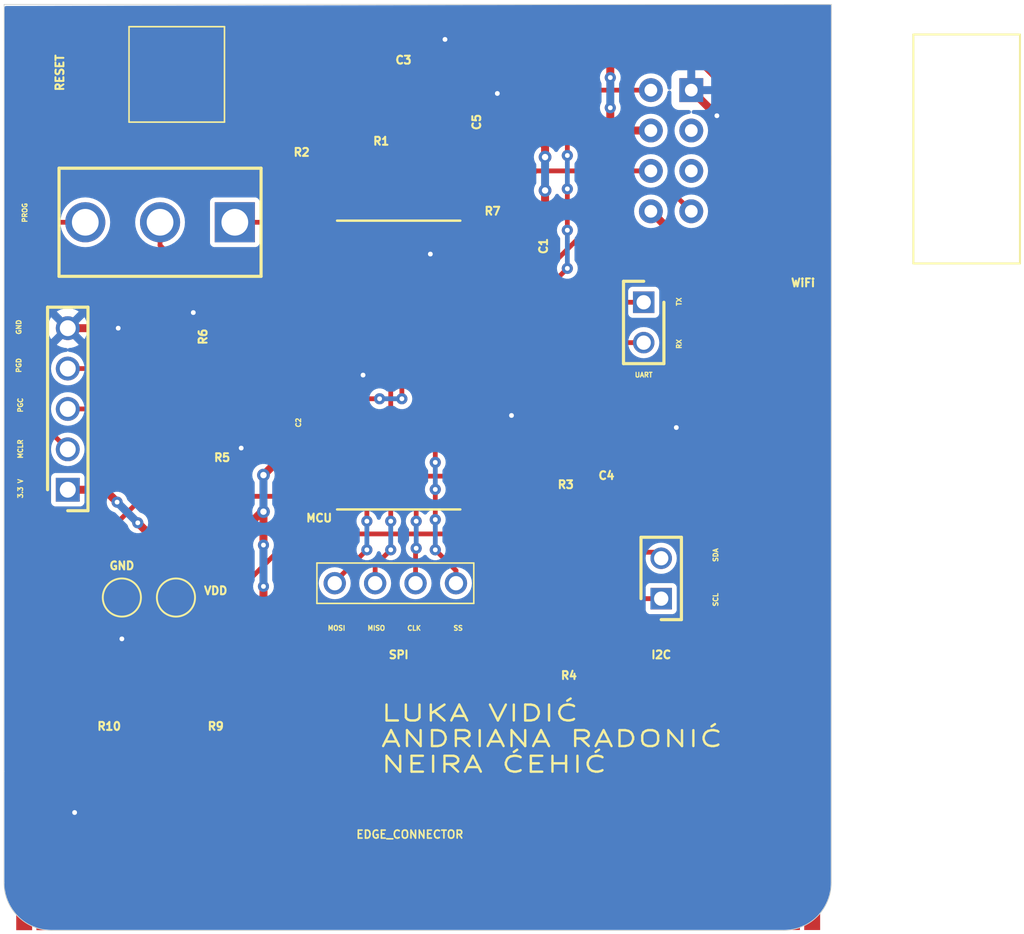
<source format=kicad_pcb>
(kicad_pcb (version 20221018) (generator pcbnew)
  (layers (0 "F.Cu" signal) (31 "B.Cu" power) (34 "B.Paste" user) (35 "F.Paste" user) (36 "B.SilkS" user "B.Silkscreen") (37 "F.SilkS" user "F.Silkscreen") (38 "B.Mask" user) (39 "F.Mask" user) (44 "Edge.Cuts" user))
  (net 0 "")
  (net 1 "+3.3V")
  (net 2 "GND")
  (net 3 "Net-(C3-Pad1)")
  (net 4 "Net-(U1-VCAP{slash}VDDCORE)")
  (net 5 "/I2C_SCL")
  (net 6 "/I2C_SDA")
  (net 7 "/THROW_PROG")
  (net 8 "/PGC")
  (net 9 "/PGD")
  (net 10 "Net-(R1-Pad2)")
  (net 11 "/THROW_RST")
  (net 12 "Net-(U2-~{RST})")
  (net 13 "/SCL_MBIT")
  (net 14 "/SDA_MBIT")
  (net 17 "/SPI_DO")
  (net 18 "/SPI_DI")
  (net 19 "/SPI_CLK")
  (net 20 "/SPI_SS")
  (net 21 "/MCLR")
  (net 28 "/UART_RX")
  (net 29 "/UART_TX")
  (net 30 "/UART_TX_WIFI")
  (net 31 "/UART_RX_WIFI")
  (footprint "SW_SPDT:SLW12768644AD" (layer "F.Cu") (at 116.7 97.7 180)
    (fp_text reference "PROG" (at 13.2 0.6 90) (layer "F.SilkS") (effects (font (size 0.3 0.3) (thickness 0.075))))
    (fp_text value "SW_SPDT" hide)
    (fp_line (start -1.65 -3.4) (end 11.05 -3.4) (stroke (width 0.2)) (layer "F.SilkS"))
    (fp_line (start -1.65 3.4) (end -1.65 -3.4) (stroke (width 0.2)) (layer "F.SilkS"))
    (fp_line (start 11.05 -3.4) (end 11.05 3.4) (stroke (width 0.2)) (layer "F.SilkS"))
    (fp_line (start 11.05 3.4) (end -1.65 3.4) (stroke (width 0.2)) (layer "F.SilkS"))
    (pad "1" thru_hole rect (at 0 0 180) (size 2.52 2.52) (drill 1.68) (layers "*.Cu" "*.Mask") (net 11 "/THROW_RST"))
    (pad "2" thru_hole circle (at 4.7 0 180) (size 2.52 2.52) (drill 1.68) (layers "*.Cu" "*.Mask") (net 21 "/MCLR"))
    (pad "3" thru_hole circle (at 9.4 0 180) (size 2.52 2.52) (drill 1.68) (layers "*.Cu" "*.Mask") (net 7 "/THROW_PROG"))
  )
  (footprint "CAP_RES:100nF" (layer "F.Cu") (at 134.9 99.1 -90)
    (fp_text reference "C1" (at 0.1 -1.2 90) (layer "F.SilkS") (effects (font (size 0.5 0.5) (thickness 0.125))))
    (fp_text value "100n" hide)
    (pad "1" smd rect (at -0.7 0 270) (size 0.78 0.98) (layers "F.Cu" "F.Paste" "F.Mask") (net 1 "+3.3V"))
    (pad "2" smd rect (at 0.7 0 270) (size 0.78 0.98) (layers "F.Cu" "F.Paste" "F.Mask") (net 2 "GND"))
  )
  (footprint "CAP_RES:10uF" (layer "F.Cu") (at 140.06 110.62)
    (fp_text reference "C4" (at 0 3.01) (layer "F.SilkS") (effects (font (size 0.5 0.5) (thickness 0.125))))
    (fp_text value "10u" hide)
    (pad "1" smd rect (at -1.5 0) (size 1.15 2.7) (layers "F.Cu" "F.Paste" "F.Mask") (net 4 "Net-(U1-VCAP{slash}VDDCORE)"))
    (pad "2" smd rect (at 1.5 0) (size 1.15 2.7) (layers "F.Cu" "F.Paste" "F.Mask") (net 2 "GND"))
  )
  (footprint "EDGE_CONNECTOR:edge_connector" (layer "F.Cu") (at 102.19 142.23)
    (fp_text reference "EDGE_CONNECTOR" (at 25.51 -6.03 unlocked) (layer "F.SilkS") (effects (font (size 0.5 0.5) (thickness 0.1))))
    (fp_text value "edge_connector")
    (fp_line (start 0 -10) (end 0 -3) (stroke (width 0.05)) (layer "Edge.Cuts"))
    (fp_line (start 3 0) (end 49 0) (stroke (width 0.05)) (layer "Edge.Cuts"))
    (fp_line (start 52 -10) (end 52 -3) (stroke (width 0.05)) (layer "Edge.Cuts"))
    (fp_arc (start 3 0) (mid 0.87868 -0.87868) (end 0 -3) (stroke (width 0.05)) (layer "Edge.Cuts"))
    (fp_arc (start 52 -3) (mid 51.12132 -0.87868) (end 49 0) (stroke (width 0.05)) (layer "Edge.Cuts"))
    (pad "1" connect rect (at 1.27 -2.51) (size 1 5) (layers "F.Cu" "F.Mask"))
    (pad "2" connect rect (at 4.445 -2.51) (size 4.81 5) (layers "F.Cu" "F.Mask") (net 2 "GND"))
    (pad "3" connect rect (at 7.62 -2.52) (size 1 5) (layers "F.Cu" "F.Mask"))
    (pad "4" connect rect (at 8.89 -2.52) (size 1 5) (layers "F.Cu" "F.Mask") (net 14 "/SDA_MBIT"))
    (pad "5" connect rect (at 10.15 -2.52) (size 1 5) (layers "F.Cu" "F.Mask") (net 13 "/SCL_MBIT"))
    (pad "6" connect rect (at 11.41 -2.52) (size 1 5) (layers "F.Cu" "F.Mask"))
    (pad "7" connect rect (at 14.605 -2.52) (size 4.81 5) (layers "F.Cu" "F.Mask") (net 1 "+3.3V"))
    (pad "8" connect rect (at 17.78 -2.52) (size 1 5) (layers "F.Cu" "F.Mask"))
    (pad "9" connect rect (at 19.05 -2.52) (size 1 5) (layers "F.Cu" "F.Mask"))
    (pad "10" connect rect (at 20.32 -2.52) (size 1 5) (layers "F.Cu" "F.Mask"))
    (pad "11" connect rect (at 21.59 -2.52) (size 1 5) (layers "F.Cu" "F.Mask"))
    (pad "12" connect rect (at 22.86 -2.52) (size 1 5) (layers "F.Cu" "F.Mask"))
    (pad "13" connect rect (at 26.035 -2.52) (size 4.81 5) (layers "F.Cu" "F.Mask"))
    (pad "14" connect rect (at 29.21 -2.53) (size 1 5) (layers "F.Cu" "F.Mask"))
    (pad "15" connect rect (at 30.48 -2.53) (size 1 5) (layers "F.Cu" "F.Mask"))
    (pad "16" connect rect (at 31.75 -2.53) (size 1 5) (layers "F.Cu" "F.Mask"))
    (pad "17" connect rect (at 33.02 -2.53) (size 1 5) (layers "F.Cu" "F.Mask"))
    (pad "18" connect rect (at 34.29 -2.53) (size 1 5) (layers "F.Cu" "F.Mask"))
    (pad "19" connect rect (at 37.465 -2.52) (size 4.81 5) (layers "F.Cu" "F.Mask"))
    (pad "20" connect rect (at 40.64 -2.52) (size 1 5) (layers "F.Cu" "F.Mask"))
    (pad "21" connect rect (at 41.91 -2.52) (size 1 5) (layers "F.Cu" "F.Mask"))
    (pad "22" connect rect (at 43.18 -2.52) (size 1 5) (layers "F.Cu" "F.Mask"))
    (pad "23" connect rect (at 44.45 -2.52) (size 1 5) (layers "F.Cu" "F.Mask"))
    (pad "24" connect rect (at 47.625 -2.52) (size 4.81 5) (layers "F.Cu" "F.Mask"))
    (pad "25" connect rect (at 50.8 -2.52) (size 1 5) (layers "F.Cu" "F.Mask"))
  )
  (footprint "PUSH_BTN:COM12992" (layer "F.Cu") (at 113.05 88.4)
    (fp_text reference "RESET" (at -7.35 -0.1 90) (layer "F.SilkS") (effects (font (size 0.5 0.5) (thickness 0.125))))
    (fp_text value "COM-12992" hide)
    (fp_line (start -3 -3) (end 3 -3) (stroke (width 0.1)) (layer "F.SilkS"))
    (fp_line (start -3 3) (end -3 -3) (stroke (width 0.1)) (layer "F.SilkS"))
    (fp_line (start 3 -3) (end 3 3) (stroke (width 0.1)) (layer "F.SilkS"))
    (fp_line (start 3 3) (end -3 3) (stroke (width 0.1)) (layer "F.SilkS"))
    (pad "A1" smd rect (at -4.25 -2.25 90) (size 1 1) (layers "F.Cu" "F.Paste" "F.Mask") (net 10 "Net-(R1-Pad2)"))
    (pad "B1" smd rect (at 4.25 -2.25 90) (size 1 1) (layers "F.Cu" "F.Paste" "F.Mask") (net 3 "Net-(C3-Pad1)"))
    (pad "C1" smd rect (at -4.25 2.25 90) (size 1 1) (layers "F.Cu" "F.Paste" "F.Mask"))
    (pad "D1" smd rect (at 4.25 2.25 90) (size 1 1) (layers "F.Cu" "F.Paste" "F.Mask"))
  )
  (footprint "CAP_RES:100nF" (layer "F.Cu") (at 127.3 86.2)
    (fp_text reference "C3" (at 0 1.3) (layer "F.SilkS") (effects (font (size 0.5 0.5) (thickness 0.125))))
    (fp_text value "100n" hide)
    (pad "1" smd rect (at -0.7 0) (size 0.78 0.98) (layers "F.Cu" "F.Paste" "F.Mask") (net 3 "Net-(C3-Pad1)"))
    (pad "2" smd rect (at 0.7 0) (size 0.78 0.98) (layers "F.Cu" "F.Paste" "F.Mask") (net 2 "GND"))
  )
  (footprint "CAP_RES:4k7" (layer "F.Cu") (at 137.7 123.05 90)
    (fp_text reference "R4" (at -3.15 0 180) (layer "F.SilkS") (effects (font (size 0.5 0.5) (thickness 0.125))))
    (fp_text value "4.7k" hide)
    (pad "1" smd rect (at -0.95 0 90) (size 1.15 1.15) (layers "F.Cu" "F.Paste" "F.Mask") (net 1 "+3.3V"))
    (pad "2" smd rect (at 0.95 0 90) (size 1.15 1.15) (layers "F.Cu" "F.Paste" "F.Mask") (net 5 "/I2C_SCL"))
  )
  (footprint "CAP_RES:10k" (layer "F.Cu") (at 126.1 94.9)
    (fp_text reference "R1" (at -0.2 -2.3) (layer "F.SilkS") (effects (font (size 0.5 0.5) (thickness 0.125))))
    (fp_text value "ERA6AEB1020V" hide)
    (pad "1" smd rect (at -0.95 0) (size 1.15 1.15) (layers "F.Cu" "F.Paste" "F.Mask") (net 1 "+3.3V"))
    (pad "2" smd rect (at 0.95 0) (size 1.15 1.15) (layers "F.Cu" "F.Paste" "F.Mask") (net 10 "Net-(R1-Pad2)"))
  )
  (footprint "MCU:SOIC28-W_MC_MCH" (layer "F.Cu") (at 127 106.68)
    (fp_text reference "MCU" (at -5 9.62 unlocked) (layer "F.SilkS") (effects (font (size 0.5 0.5) (thickness 0.125))))
    (fp_text value "PIC24FJ64GA002-E_SO")
    (fp_line (start -3.8735 9.0805) (end 3.8735 9.0805) (stroke (width 0.1524)) (layer "F.SilkS"))
    (fp_line (start 3.8735 -9.0805) (end -3.8735 -9.0805) (stroke (width 0.1524)) (layer "F.SilkS"))
    (pad "1" smd rect (at -4.5212 -8.255) (size 1.9812 0.5588) (layers "F.Cu" "F.Paste" "F.Mask") (net 21 "/MCLR"))
    (pad "2" smd rect (at -4.5212 -6.985) (size 1.9812 0.5588) (layers "F.Cu" "F.Paste" "F.Mask"))
    (pad "3" smd rect (at -4.5212 -5.715) (size 1.9812 0.5588) (layers "F.Cu" "F.Paste" "F.Mask"))
    (pad "4" smd rect (at -4.5212 -4.445) (size 1.9812 0.5588) (layers "F.Cu" "F.Paste" "F.Mask") (net 9 "/PGD"))
    (pad "5" smd rect (at -4.5212 -3.175) (size 1.9812 0.5588) (layers "F.Cu" "F.Paste" "F.Mask") (net 8 "/PGC"))
    (pad "6" smd rect (at -4.5212 -1.905) (size 1.9812 0.5588) (layers "F.Cu" "F.Paste" "F.Mask") (net 17 "/SPI_DO"))
    (pad "7" smd rect (at -4.5212 -0.635) (size 1.9812 0.5588) (layers "F.Cu" "F.Paste" "F.Mask") (net 18 "/SPI_DI"))
    (pad "8" smd rect (at -4.5212 0.635) (size 1.9812 0.5588) (layers "F.Cu" "F.Paste" "F.Mask") (net 2 "GND"))
    (pad "9" smd rect (at -4.5212 1.905) (size 1.9812 0.5588) (layers "F.Cu" "F.Paste" "F.Mask"))
    (pad "10" smd rect (at -4.5212 3.175) (size 1.9812 0.5588) (layers "F.Cu" "F.Paste" "F.Mask"))
    (pad "11" smd rect (at -4.5212 4.445) (size 1.9812 0.5588) (layers "F.Cu" "F.Paste" "F.Mask"))
    (pad "12" smd rect (at -4.5212 5.715) (size 1.9812 0.5588) (layers "F.Cu" "F.Paste" "F.Mask"))
    (pad "13" smd rect (at -4.5212 6.985) (size 1.9812 0.5588) (layers "F.Cu" "F.Paste" "F.Mask") (net 1 "+3.3V"))
    (pad "14" smd rect (at -4.5212 8.255) (size 1.9812 0.5588) (layers "F.Cu" "F.Paste" "F.Mask") (net 14 "/SDA_MBIT"))
    (pad "15" smd rect (at 4.5212 8.255) (size 1.9812 0.5588) (layers "F.Cu" "F.Paste" "F.Mask") (net 13 "/SCL_MBIT"))
    (pad "16" smd rect (at 4.5212 6.985) (size 1.9812 0.5588) (layers "F.Cu" "F.Paste" "F.Mask") (net 19 "/SPI_CLK"))
    (pad "17" smd rect (at 4.5212 5.715) (size 1.9812 0.5588) (layers "F.Cu" "F.Paste" "F.Mask") (net 5 "/I2C_SCL"))
    (pad "18" smd rect (at 4.5212 4.445) (size 1.9812 0.5588) (layers "F.Cu" "F.Paste" "F.Mask") (net 6 "/I2C_SDA"))
    (pad "19" smd rect (at 4.5212 3.175) (size 1.9812 0.5588) (layers "F.Cu" "F.Paste" "F.Mask") (net 2 "GND"))
    (pad "20" smd rect (at 4.5212 1.905) (size 1.9812 0.5588) (layers "F.Cu" "F.Paste" "F.Mask") (net 4 "Net-(U1-VCAP{slash}VDDCORE)"))
    (pad "21" smd rect (at 4.5212 0.635) (size 1.9812 0.5588) (layers "F.Cu" "F.Paste" "F.Mask") (net 28 "/UART_RX"))
    (pad "22" smd rect (at 4.5212 -0.635) (size 1.9812 0.5588) (layers "F.Cu" "F.Paste" "F.Mask") (net 29 "/UART_TX"))
    (pad "23" smd rect (at 4.5212 -1.905) (size 1.9812 0.5588) (layers "F.Cu" "F.Paste" "F.Mask") (net 30 "/UART_TX_WIFI"))
    (pad "24" smd rect (at 4.5212 -3.175) (size 1.9812 0.5588) (layers "F.Cu" "F.Paste" "F.Mask") (net 31 "/UART_RX_WIFI"))
    (pad "25" smd rect (at 4.5212 -4.445) (size 1.9812 0.5588) (layers "F.Cu" "F.Paste" "F.Mask"))
    (pad "26" smd rect (at 4.5212 -5.715) (size 1.9812 0.5588) (layers "F.Cu" "F.Paste" "F.Mask") (net 20 "/SPI_SS"))
    (pad "27" smd rect (at 4.5212 -6.985) (size 1.9812 0.5588) (layers "F.Cu" "F.Paste" "F.Mask") (net 2 "GND"))
    (pad "28" smd rect (at 4.5212 -8.255) (size 1.9812 0.5588) (layers "F.Cu" "F.Paste" "F.Mask") (net 1 "+3.3V"))
  )
  (footprint "TestPoint:TestPoint_Pad_D2.0mm" (layer "F.Cu") (at 113 121.3)
    (fp_text reference "VDD" (at 2.5 -0.43) (layer "F.SilkS") (effects (font (size 0.5 0.5) (thickness 0.125))))
    (fp_text value "VCC")
    (fp_circle (center 0 0) (end 0 1.2) (stroke (width 0.12)) (fill none) (layer "F.SilkS"))
    (pad "1" smd circle (at 0 0) (size 2 2) (layers "F.Cu" "F.Mask") (net 1 "+3.3V"))
  )
  (footprint "PIN_HEADERS:HDRV2W70P0X254_1X2_478X244X884P" (layer "F.Cu") (at 143.5 121.37 90)
    (fp_text reference "I2C" (at -3.53 0 180) (layer "F.SilkS") (effects (font (size 0.5 0.5) (thickness 0.125))))
    (fp_text value "Conn_01x02_Pin" hide)
    (fp_line (start -1.32 0) (end -1.32 1.27) (stroke (width 0.2)) (layer "F.SilkS"))
    (fp_line (start -1.32 1.27) (end 3.86 1.27) (stroke (width 0.2)) (layer "F.SilkS"))
    (fp_line (start 3.86 -1.27) (end 0 -1.27) (stroke (width 0.2)) (layer "F.SilkS"))
    (fp_line (start 3.86 1.27) (end 3.86 -1.27) (stroke (width 0.2)) (layer "F.SilkS"))
    (pad "1" thru_hole rect (at 0 0 90) (size 1.35 1.35) (drill 0.9) (layers "*.Cu" "*.Mask") (net 5 "/I2C_SCL"))
    (pad "2" thru_hole circle (at 2.54 0 90) (size 1.35 1.35) (drill 0.9) (layers "*.Cu" "*.Mask") (net 6 "/I2C_SDA"))
  )
  (footprint "ESP8266:XCVR_ESP8266-01_ESP-01" (layer "F.Cu") (at 153.7 93.2 -90)
    (fp_text reference "U2" hide)
    (fp_text value "ESP8266-01_ESP-01")
    (fp_line (start -7.31 -12.35) (end 7.09 -12.35) (stroke (width 0.127)) (layer "F.SilkS"))
    (fp_line (start -7.31 -5.65) (end -7.31 -12.35) (stroke (width 0.127)) (layer "F.SilkS"))
    (fp_line (start 7.09 -12.35) (end 7.09 -5.65) (stroke (width 0.127)) (layer "F.SilkS"))
    (fp_line (start 7.09 -5.65) (end -7.31 -5.65) (stroke (width 0.127)) (layer "F.SilkS"))
    (pad "1" thru_hole rect (at -3.81 8.31 270) (size 1.5 1.5) (drill 0.8) (layers "*.Cu" "*.Mask") (net 2 "GND"))
    (pad "2" thru_hole circle (at -1.27 8.31 270) (size 1.5 1.5) (drill 0.8) (layers "*.Cu" "*.Mask"))
    (pad "3" thru_hole circle (at 1.27 8.31 270) (size 1.5 1.5) (drill 0.8) (layers "*.Cu" "*.Mask"))
    (pad "4" thru_hole circle (at 3.81 8.31 270) (size 1.5 1.5) (drill 0.8) (layers "*.Cu" "*.Mask") (net 31 "/UART_RX_WIFI"))
    (pad "5" thru_hole circle (at -3.81 10.85 270) (size 1.5 1.5) (drill 0.8) (layers "*.Cu" "*.Mask") (net 30 "/UART_TX_WIFI"))
    (pad "6" thru_hole circle (at -1.27 10.85 270) (size 1.5 1.5) (drill 0.8) (layers "*.Cu" "*.Mask") (net 1 "+3.3V"))
    (pad "7" thru_hole circle (at 1.27 10.85 270) (size 1.5 1.5) (drill 0.8) (layers "*.Cu" "*.Mask") (net 12 "Net-(U2-~{RST})"))
    (pad "8" thru_hole circle (at 3.81 10.85 270) (size 1.5 1.5) (drill 0.8) (layers "*.Cu" "*.Mask") (net 1 "+3.3V"))
  )
  (footprint "PIN_HEADERS:HDRV5W56P0X254_1X5_1240X244X904P" (layer "F.Cu") (at 106.2 114.52 90)
    (fp_text reference "PICkit_Conn1" hide)
    (fp_text value "Conn_01x05_Pin" hide)
    (fp_line (start -1.32 0) (end -1.32 1.27) (stroke (width 0.2)) (layer "F.SilkS"))
    (fp_line (start -1.32 1.27) (end 11.48 1.27) (stroke (width 0.2)) (layer "F.SilkS"))
    (fp_line (start 11.48 -1.27) (end 0 -1.27) (stroke (width 0.2)) (layer "F.SilkS"))
    (fp_line (start 11.48 1.27) (end 11.48 -1.27) (stroke (width 0.2)) (layer "F.SilkS"))
    (pad "1" thru_hole rect (at 0 0 90) (size 1.5 1.5) (drill 1) (layers "*.Cu" "*.Mask") (net 1 "+3.3V"))
    (pad "2" thru_hole circle (at 2.54 0 90) (size 1.5 1.5) (drill 1) (layers "*.Cu" "*.Mask") (net 7 "/THROW_PROG"))
    (pad "3" thru_hole circle (at 5.08 0 90) (size 1.5 1.5) (drill 1) (layers "*.Cu" "*.Mask") (net 8 "/PGC"))
    (pad "4" thru_hole circle (at 7.62 0 90) (size 1.5 1.5) (drill 1) (layers "*.Cu" "*.Mask") (net 9 "/PGD"))
    (pad "5" thru_hole circle (at 10.16 0 90) (size 1.5 1.5) (drill 1) (layers "*.Cu" "*.Mask") (net 2 "GND"))
  )
  (footprint "CAP_RES:330R" (layer "F.Cu") (at 121.75 91.1)
    (fp_text reference "R2" (at -0.85 2.2) (layer "F.SilkS") (effects (font (size 0.5 0.5) (thickness 0.125))))
    (fp_text value "ERA6AEB1020V" hide)
    (pad "1" smd rect (at -0.95 0) (size 1.15 1.15) (layers "F.Cu" "F.Paste" "F.Mask") (net 10 "Net-(R1-Pad2)"))
    (pad "2" smd rect (at 0.95 0) (size 1.15 1.15) (layers "F.Cu" "F.Paste" "F.Mask") (net 11 "/THROW_RST"))
  )
  (footprint "CAP_RES:10k" (layer "F.Cu") (at 132.4 94.9)
    (fp_text reference "R7" (at 0.5 2.1) (layer "F.SilkS") (effects (font (size 0.5 0.5) (thickness 0.125))))
    (fp_text value "ERA6AEB1020V" hide)
    (pad "1" smd rect (at -0.95 0) (size 1.15 1.15) (layers "F.Cu" "F.Paste" "F.Mask") (net 1 "+3.3V"))
    (pad "2" smd rect (at 0.95 0) (size 1.15 1.15) (layers "F.Cu" "F.Paste" "F.Mask") (net 12 "Net-(U2-~{RST})"))
  )
  (footprint "CAP_RES:10k" (layer "F.Cu") (at 116.15 110.1)
    (fp_text reference "R5" (at -0.25 2.4) (layer "F.SilkS") (effects (font (size 0.5 0.5) (thickness 0.125))))
    (fp_text value "ERA6AEB1020V" hide)
    (pad "1" smd rect (at -0.95 0) (size 1.15 1.15) (layers "F.Cu" "F.Paste" "F.Mask") (net 8 "/PGC"))
    (pad "2" smd rect (at 0.95 0) (size 1.15 1.15) (layers "F.Cu" "F.Paste" "F.Mask") (net 2 "GND"))
  )
  (footprint "CAP_RES:10k" (layer "F.Cu") (at 117.1 105.2 90)
    (fp_text reference "R6" (at 0.3 -2.4 90) (layer "F.SilkS") (effects (font (size 0.5 0.5) (thickness 0.125))))
    (fp_text value "ERA6AEB1020V" hide)
    (pad "1" smd rect (at -0.95 0 90) (size 1.15 1.15) (layers "F.Cu" "F.Paste" "F.Mask") (net 9 "/PGD"))
    (pad "2" smd rect (at 0.95 0 90) (size 1.15 1.15) (layers "F.Cu" "F.Paste" "F.Mask") (net 2 "GND"))
  )
  (footprint "CAP_RES:100nF" (layer "F.Cu") (at 133.2 91.7 90)
    (fp_text reference "C5" (at 0.3 -1.3 90) (layer "F.SilkS") (effects (font (size 0.5 0.5) (thickness 0.125))))
    (fp_text value "100n" hide)
    (pad "1" smd rect (at -0.7 0 90) (size 0.78 0.98) (layers "F.Cu" "F.Paste" "F.Mask") (net 1 "+3.3V"))
    (pad "2" smd rect (at 0.7 0 90) (size 0.78 0.98) (layers "F.Cu" "F.Paste" "F.Mask") (net 2 "GND"))
  )
  (footprint "CAP_RES:4k7" (layer "F.Cu") (at 115.05 127.2 180)
    (fp_text reference "R9" (at -0.45 -2.2) (layer "F.SilkS") (effects (font (size 0.5 0.5) (thickness 0.125))))
    (fp_text value "4.7k" hide)
    (pad "1" smd rect (at -0.95 0 180) (size 1.15 1.15) (layers "F.Cu" "F.Paste" "F.Mask") (net 1 "+3.3V"))
    (pad "2" smd rect (at 0.95 0 180) (size 1.15 1.15) (layers "F.Cu" "F.Paste" "F.Mask") (net 13 "/SCL_MBIT"))
  )
  (footprint "PIN_HEADERS:HDRV2W70P0X254_1X2_478X244X884P" (layer "F.Cu") (at 142.4 102.73 -90)
    (fp_text reference "UART" (at 4.57 0 180) (layer "F.SilkS") (effects (font (size 0.3 0.3) (thickness 0.075))))
    (fp_text value "Conn_01x02_Pin" hide)
    (fp_line (start -1.32 0) (end -1.32 1.27) (stroke (width 0.2)) (layer "F.SilkS"))
    (fp_line (start -1.32 1.27) (end 3.86 1.27) (stroke (width 0.2)) (layer "F.SilkS"))
    (fp_line (start 3.86 -1.27) (end 0 -1.27) (stroke (width 0.2)) (layer "F.SilkS"))
    (fp_line (start 3.86 1.27) (end 3.86 -1.27) (stroke (width 0.2)) (layer "F.SilkS"))
    (pad "1" thru_hole rect (at 0 0 270) (size 1.35 1.35) (drill 0.9) (layers "*.Cu" "*.Mask") (net 29 "/UART_TX"))
    (pad "2" thru_hole circle (at 2.54 0 270) (size 1.35 1.35) (drill 0.9) (layers "*.Cu" "*.Mask") (net 28 "/UART_RX"))
  )
  (footprint "CAP_RES:100nF" (layer "F.Cu") (at 119.7 110.2 90)
    (fp_text reference "C2" (at -0.1 1 270) (layer "F.SilkS") (effects (font (size 0.3 0.3) (thickness 0.075))))
    (fp_text value "100n" hide)
    (pad "1" smd rect (at -0.7 0 90) (size 0.78 0.98) (layers "F.Cu" "F.Paste" "F.Mask") (net 1 "+3.3V"))
    (pad "2" smd rect (at 0.7 0 90) (size 0.78 0.98) (layers "F.Cu" "F.Paste" "F.Mask") (net 2 "GND"))
  )
  (footprint "CAP_RES:4k7" (layer "F.Cu") (at 137.7 117.5 -90)
    (fp_text reference "R3" (at -3.3 0.2 -180) (layer "F.SilkS") (effects (font (size 0.5 0.5) (thickness 0.125))))
    (fp_text value "4.7k" hide)
    (pad "1" smd rect (at -0.95 0 270) (size 1.15 1.15) (layers "F.Cu" "F.Paste" "F.Mask") (net 1 "+3.3V"))
    (pad "2" smd rect (at 0.95 0 270) (size 1.15 1.15) (layers "F.Cu" "F.Paste" "F.Mask") (net 6 "/I2C_SDA"))
  )
  (footprint "CAP_RES:4k7" (layer "F.Cu") (at 108.35 127.2 180)
    (fp_text reference "R10" (at -0.45 -2.2) (layer "F.SilkS") (effects (font (size 0.5 0.5) (thickness 0.125))))
    (fp_text value "4.7k" hide)
    (pad "1" smd rect (at -0.95 0 180) (size 1.15 1.15) (layers "F.Cu" "F.Paste" "F.Mask") (net 1 "+3.3V"))
    (pad "2" smd rect (at 0.95 0 180) (size 1.15 1.15) (layers "F.Cu" "F.Paste" "F.Mask") (net 14 "/SDA_MBIT"))
  )
  (footprint "TestPoint:TestPoint_Pad_D2.0mm" (layer "F.Cu") (at 109.6 121.3)
    (fp_text reference "GND" (at 0 -1.998) (layer "F.SilkS") (effects (font (size 0.5 0.5) (thickness 0.125))))
    (fp_text value "GND")
    (fp_circle (center 0 0) (end 0 1.2) (stroke (width 0.12)) (fill none) (layer "F.SilkS"))
    (pad "1" smd circle (at 0 0) (size 2 2) (layers "F.Cu" "F.Mask") (net 2 "GND"))
  )
  (footprint "PIN_HEADERS:A24PA254DSA71" (layer "F.Cu") (at 122.98 120.4)
    (fp_text reference "SPI" (at 4.02 4.5) (layer "F.SilkS") (effects (font (size 0.5 0.5) (thickness 0.125))))
    (fp_text value "Conn_01x04_Pin" hide)
    (fp_line (start -1.12 -1.27) (end 8.74 -1.27) (stroke (width 0.1)) (layer "F.SilkS"))
    (fp_line (start -1.12 1.27) (end -1.12 -1.27) (stroke (width 0.1)) (layer "F.SilkS"))
    (fp_line (start 8.74 -1.27) (end 8.74 1.27) (stroke (width 0.1)) (layer "F.SilkS"))
    (fp_line (start 8.74 1.27) (end -1.12 1.27) (stroke (width 0.1)) (layer "F.SilkS"))
    (pad "1" thru_hole circle (at 0 0) (size 1.4 1.4) (drill 0.9) (layers "*.Cu" "*.Mask") (net 17 "/SPI_DO"))
    (pad "2" thru_hole circle (at 2.54 0) (size 1.4 1.4) (drill 0.9) (layers "*.Cu" "*.Mask") (net 18 "/SPI_DI"))
    (pad "3" thru_hole circle (at 5.08 0) (size 1.4 1.4) (drill 0.9) (layers "*.Cu" "*.Mask") (net 19 "/SPI_CLK"))
    (pad "4" thru_hole circle (at 7.62 0) (size 1.4 1.4) (drill 0.9) (layers "*.Cu" "*.Mask") (net 20 "/SPI_SS"))
  )
  (gr_line (start 154.19 132.23) (end 154.2 84) (stroke (width 0.05)) (layer "Edge.Cuts"))
  (gr_line (start 154.2 84) (end 102.2 84) (stroke (width 0.05)) (layer "Edge.Cuts"))
  (gr_line (start 102.19 132.23) (end 102.2 84) (stroke (width 0.05)) (layer "Edge.Cuts"))
  (gr_text "PGC" (at 103.4 109.7 90) (layer "F.SilkS") (effects (font (size 0.3 0.3) (thickness 0.075) bold) (justify left bottom)))
  (gr_text "WiFi" (at 151.6 101.8) (layer "F.SilkS") (effects (font (size 0.5 0.5) (thickness 0.125) bold) (justify left bottom)))
  (gr_text "MCLR" (at 103.4 112.6 90) (layer "F.SilkS") (effects (font (size 0.3 0.3) (thickness 0.075) bold) (justify left bottom)))
  (gr_text "SCL" (at 147.1 121.9 90) (layer "F.SilkS") (effects (font (size 0.3 0.3) (thickness 0.075) bold) (justify left bottom)))
  (gr_text "MOSI" (at 122.5 123.4) (layer "F.SilkS") (effects (font (size 0.3 0.3) (thickness 0.075) bold) (justify left bottom)))
  (gr_text "TX" (at 144.8 103 90) (layer "F.SilkS") (effects (font (size 0.3 0.3) (thickness 0.075) bold) (justify left bottom)))
  (gr_text "LUKA VIDIĆ\nANDRIANA RADONIĆ\nNEIRA ĆEHIĆ" (at 125.78 132.38) (layer "F.SilkS") (effects (font (size 1 1.5)) (justify left bottom)))
  (gr_text "SDA" (at 147.1 119.1 90) (layer "F.SilkS") (effects (font (size 0.3 0.3) (thickness 0.075) bold) (justify left bottom)))
  (gr_text "MISO" (at 125 123.4) (layer "F.SilkS") (effects (font (size 0.3 0.3) (thickness 0.075) bold) (justify left bottom)))
  (gr_text "CLK" (at 127.5 123.4) (layer "F.SilkS") (effects (font (size 0.3 0.3) (thickness 0.075) bold) (justify left bottom)))
  (gr_text "GND" (at 103.3 104.8 90) (layer "F.SilkS") (effects (font (size 0.3 0.3) (thickness 0.075) bold) (justify left bottom)))
  (gr_text "PGD" (at 103.3 107.2 90) (layer "F.SilkS") (effects (font (size 0.3 0.3) (thickness 0.075) bold) (justify left bottom)))
  (gr_text "RX" (at 144.8 105.7 90) (layer "F.SilkS") (effects (font (size 0.3 0.3) (thickness 0.075) bold) (justify left bottom)))
  (gr_text "3.3 V" (at 103.4 115.1 90) (layer "F.SilkS") (effects (font (size 0.3 0.3) (thickness 0.075) bold) (justify left bottom)))
  (gr_text "SS" (at 130.4 123.4) (layer "F.SilkS") (effects (font (size 0.3 0.3) (thickness 0.075) bold) (justify left bottom)))
  (segment (start 131.45 94.9) (end 131.45 92.85) (width 0.3) (layer "F.Cu") (net 1))
  (segment (start 118.4 115.9) (end 113 121.3) (width 0.5) (layer "F.Cu") (net 1))
  (segment (start 118.565 113.665) (end 118.5 113.6) (width 0.3) (layer "F.Cu") (net 1))
  (segment (start 118.5 135.8) (end 118.5 134.5) (width 0.5) (layer "F.Cu") (net 1))
  (segment (start 147.9 101.7) (end 147.9 99.6) (width 0.5) (layer "F.Cu") (net 1))
  (segment (start 109 115) (end 109.3 115.3) (width 0.5) (layer "F.Cu") (net 1))
  (segment (start 138.5 87.7) (end 135.8 90.4) (width 0.5) (layer "F.Cu") (net 1))
  (segment (start 106.2 114.52) (end 108.52 114.52) (width 0.5) (layer "F.Cu") (net 1))
  (segment (start 144.85 124) (end 146.01 122.84) (width 0.5) (layer "F.Cu") (net 1))
  (segment (start 142.85 91.93) (end 140.83 91.93) (width 0.5) (layer "F.Cu") (net 1))
  (segment (start 117.5 124.1) (end 118.5 124.1) (width 0.5) (layer "F.Cu") (net 1))
  (segment (start 118.5 121) (end 118.5 120.6) (width 0.5) (layer "F.Cu") (net 1))
  (segment (start 131.45 92.85) (end 131.9 92.4) (width 0.3) (layer "F.Cu") (net 1))
  (segment (start 130.5 96.98) (end 131.45 96.03) (width 0.3) (layer "F.Cu") (net 1))
  (segment (start 146.1 87.7) (end 140.3 87.7) (width 0.5) (layer "F.Cu") (net 1))
  (segment (start 135.8 90.4) (end 135.8 92.3) (width 0.5) (layer "F.Cu") (net 1))
  (segment (start 116.795 139.71) (end 116.795 137.505) (width 0.3) (layer "F.Cu") (net 1))
  (segment (start 137.7 124) (end 144.85 124) (width 0.5) (layer "F.Cu") (net 1))
  (segment (start 131.9 92.4) (end 133.2 92.4) (width 0.3) (layer "F.Cu") (net 1))
  (segment (start 145.44 99.6) (end 147.9 99.6) (width 0.5) (layer "F.Cu") (net 1))
  (segment (start 118.5 121) (end 118.5 124.1) (width 0.5) (layer "F.Cu") (net 1))
  (segment (start 146 117) (end 147.9 115.1) (width 0.5) (layer "F.Cu") (net 1))
  (segment (start 136.2 95.7) (end 136.2 97.1) (width 0.5) (layer "F.Cu") (net 1))
  (segment (start 134.875 98.425) (end 134.9 98.4) (width 0.3) (layer "F.Cu") (net 1))
  (segment (start 125.15 95.83) (end 126.3 96.98) (width 0.3) (layer "F.Cu") (net 1))
  (segment (start 136.2 93.6) (end 136.2 92.9) (width 0.5) (layer "F.Cu") (net 1))
  (segment (start 118.5 113.6) (end 119.63 112.47) (width 0.5) (layer "F.Cu") (net 1))
  (segment (start 116 125.6) (end 117.5 124.1) (width 0.5) (layer "F.Cu") (net 1))
  (segment (start 140.3 88.6) (end 140.3 87.7) (width 0.5) (layer "F.Cu") (net 1))
  (segment (start 145.55 116.55) (end 146 117) (width 0.5) (layer "F.Cu") (net 1))
  (segment (start 125.15 94.9) (end 125.15 95.83) (width 0.3) (layer "F.Cu") (net 1))
  (segment (start 137.7 116.55) (end 145.55 116.55) (width 0.5) (layer "F.Cu") (net 1))
  (segment (start 118.6 124) (end 118.5 124.1) (width 0.5) (layer "F.Cu") (net 1))
  (segment (start 113 123.5) (end 109.3 127.2) (width 0.5) (layer "F.Cu") (net 1))
  (segment (start 118.5 115.9) (end 118.5 118) (width 0.5) (layer "F.Cu") (net 1))
  (segment (start 115.9775 138.8925) (end 116.795 139.71) (width 0.5) (layer "F.Cu") (net 1))
  (segment (start 136.2 92.9) (end 135.7 92.4) (width 0.5) (layer "F.Cu") (net 1))
  (segment (start 137.7 124) (end 118.6 124) (width 0.5) (layer "F.Cu") (net 1))
  (segment (start 119.7 112.47) (end 120.895 113.665) (width 0.3) (layer "F.Cu") (net 1))
  (segment (start 131.5212 98.425) (end 134.875 98.425) (width 0.3) (layer "F.Cu") (net 1))
  (segment (start 140.3 87.7) (end 139.5 87.7) (width 0.5) (layer "F.Cu") (net 1))
  (segment (start 113 121.3) (end 113 123.5) (width 0.5) (layer "F.Cu") (net 1))
  (segment (start 119.63 112.47) (end 119.7 112.47) (width 0.3) (layer "F.Cu") (net 1))
  (segment (start 140.83 91.93) (end 140.3 91.4) (width 0.5) (layer "F.Cu") (net 1))
  (segment (start 135.8 92.3) (end 135.7 92.4) (width 0.5) (layer "F.Cu") (net 1))
  (segment (start 116.795 137.505) (end 118.5 135.8) (width 0.5) (layer "F.Cu") (net 1))
  (segment (start 146.01 117.01) (end 146 117) (width 0.5) (layer "F.Cu") (net 1))
  (segment (start 120.895 113.665) (end 122.4788 113.665) (width 0.3) (layer "F.Cu") (net 1))
  (segment (start 146.01 122.84) (end 146.01 117.01) (width 0.5) (layer "F.Cu") (net 1))
  (segment (start 139.5 87.7) (end 138.5 87.7) (width 0.5) (layer "F.Cu") (net 1))
  (segment (start 147.9 99.6) (end 147.9 89.5) (width 0.5) (layer "F.Cu") (net 1))
  (segment (start 147.9 89.5) (end 146.1 87.7) (width 0.5) (layer "F.Cu") (net 1))
  (segment (start 140.3 91.4) (end 140.3 90.5) (width 0.5) (layer "F.Cu") (net 1))
  (segment (start 116 127.2) (end 116 125.6) (width 0.5) (layer "F.Cu") (net 1))
  (segment (start 119.7 110.9) (end 119.7 112.47) (width 0.3) (layer "F.Cu") (net 1))
  (segment (start 135.7 92.4) (end 133.2 92.4) (width 0.5) (layer "F.Cu") (net 1))
  (segment (start 110.6 116.6) (end 113 119) (width 0.5) (layer "F.Cu") (net 1))
  (segment (start 113 119) (end 113 121.3) (width 0.5) (layer "F.Cu") (net 1))
  (segment (start 118.5 115.9) (end 118.4 115.9) (width 0.3) (layer "F.Cu") (net 1))
  (segment (start 142.85 97.01) (end 145.44 99.6) (width 0.5) (layer "F.Cu") (net 1))
  (segment (start 112.8 121.1) (end 113 121.3) (width 0.5) (layer "F.Cu") (net 1))
  (segment (start 131.45 96.03) (end 131.45 94.9) (width 0.3) (layer "F.Cu") (net 1))
  (segment (start 136.2 97.1) (end 134.9 98.4) (width 0.5) (layer "F.Cu") (net 1))
  (segment (start 147.9 115.1) (end 147.9 101.7) (width 0.5) (layer "F.Cu") (net 1))
  (segment (start 108.52 114.52) (end 109 115) (width 0.5) (layer "F.Cu") (net 1))
  (segment (start 118.5 124.1) (end 118.5 134.5) (width 0.5) (layer "F.Cu") (net 1))
  (segment (start 126.3 96.98) (end 130.5 96.98) (width 0.3) (layer "F.Cu") (net 1))
  (segment (start 122.4138 113.6) (end 122.4788 113.665) (width 0.3) (layer "F.Cu") (net 1))
  (via (at 118.5 118) (size 0.7) (drill 0.3) (layers "F.Cu" "B.Cu") (net 1))
  (via (at 118.5 115.9) (size 0.8) (drill 0.4) (layers "F.Cu" "B.Cu") (net 1))
  (via (at 136.2 93.6) (size 0.8) (drill 0.4) (layers "F.Cu" "B.Cu") (net 1))
  (via (at 140.3 90.5) (size 0.7) (drill 0.3) (layers "F.Cu" "B.Cu") (net 1))
  (via (at 118.5 120.6) (size 0.7) (drill 0.3) (layers "F.Cu" "B.Cu") (net 1))
  (via (at 109.3 115.3) (size 0.7) (drill 0.3) (layers "F.Cu" "B.Cu") (net 1))
  (via (at 136.2 95.7) (size 0.8) (drill 0.4) (layers "F.Cu" "B.Cu") (net 1))
  (via (at 140.3 88.6) (size 0.7) (drill 0.3) (layers "F.Cu" "B.Cu") (net 1))
  (via (at 110.6 116.6) (size 0.7) (drill 0.3) (layers "F.Cu" "B.Cu") (net 1))
  (via (at 118.5 113.6) (size 0.8) (drill 0.4) (layers "F.Cu" "B.Cu") (net 1))
  (segment (start 118.5 120.6) (end 118.5 118) (width 0.5) (layer "B.Cu") (net 1))
  (segment (start 136.2 95.7) (end 136.2 93.6) (width 0.5) (layer "B.Cu") (net 1))
  (segment (start 140.3 90.5) (end 140.3 88.6) (width 0.5) (layer "B.Cu") (net 1))
  (segment (start 118.5 113.6) (end 118.5 115.9) (width 0.5) (layer "B.Cu") (net 1))
  (segment (start 109.3 115.3) (end 110.6 116.6) (width 0.5) (layer "B.Cu") (net 1))
  (segment (start 106.635 134.825) (end 106.63 134.82) (width 0.5) (layer "F.Cu") (net 2))
  (segment (start 145.39 89.39) (end 147 91) (width 0.5) (layer "F.Cu") (net 2))
  (segment (start 109.6 121.3) (end 109.6 123.9) (width 0.5) (layer "F.Cu") (net 2))
  (segment (start 120.985 107.315) (end 122.4788 107.315) (width 0.3) (layer "F.Cu") (net 2))
  (segment (start 106.635 139.72) (end 106.635 134.825) (width 0.5) (layer "F.Cu") (net 2))
  (segment (start 115.02 103.38) (end 114.09 103.38) (width 0.5) (layer "F.Cu") (net 2))
  (segment (start 144.44 110.62) (end 144.45 110.61) (width 0.5) (layer "F.Cu") (net 2))
  (segment (start 131.5212 99.695) (end 134.795 99.695) (width 0.3) (layer "F.Cu") (net 2))
  (segment (start 122.4788 107.315) (end 124.755 107.315) (width 0.5) (layer "F.Cu") (net 2))
  (segment (start 106.2 104.36) (end 109.37 104.36) (width 0.5) (layer "F.Cu") (net 2))
  (segment (start 124.755 107.315) (end 124.76 107.31) (width 0.3) (layer "F.Cu") (net 2))
  (segment (start 115.89 104.25) (end 115.02 103.38) (width 0.5) (layer "F.Cu") (net 2))
  (segment (start 134.795 99.695) (end 134.9 99.8) (width 0.3) (layer "F.Cu") (net 2))
  (segment (start 128 86.2) (end 129.91 86.2) (width 0.5) (layer "F.Cu") (net 2))
  (segment (start 131.5212 99.695) (end 128.995 99.695) (width 0.5) (layer "F.Cu") (net 2))
  (segment (start 119.7 109.5) (end 119.7 108.6) (width 0.3) (layer "F.Cu") (net 2))
  (segment (start 141.56 110.62) (end 144.44 110.62) (width 0.5) (layer "F.Cu") (net 2))
  (segment (start 119.7 108.6) (end 120.985 107.315) (width 0.3) (layer "F.Cu") (net 2))
  (segment (start 134.085 109.855) (end 134.09 109.85) (width 0.5) (layer "F.Cu") (net 2))
  (segment (start 133.2 91) (end 133.2 89.6) (width 0.5) (layer "F.Cu") (net 2))
  (segment (start 131.5212 109.855) (end 134.085 109.855) (width 0.5) (layer "F.Cu") (net 2))
  (segment (start 128.995 99.695) (end 128.99 99.7) (width 0.3) (layer "F.Cu") (net 2))
  (segment (start 117.1 104.25) (end 115.89 104.25) (width 0.5) (layer "F.Cu") (net 2))
  (segment (start 117.1 110.1) (end 117.1 111.9) (width 0.5) (layer "F.Cu") (net 2))
  (via (at 117.1 111.9) (size 0.7) (drill 0.3) (layers "F.Cu" "B.Cu") (net 2))
  (via (at 124.76 107.31) (size 0.7) (drill 0.3) (layers "F.Cu" "B.Cu") (net 2))
  (via (at 147 91) (size 0.7) (drill 0.3) (layers "F.Cu" "B.Cu") (net 2))
  (via (at 133.2 89.6) (size 0.7) (drill 0.3) (layers "F.Cu" "B.Cu") (net 2))
  (via (at 109.6 123.9) (size 0.7) (drill 0.3) (layers "F.Cu" "B.Cu") (net 2))
  (via (at 114.09 103.38) (size 0.7) (drill 0.3) (layers "F.Cu" "B.Cu") (net 2))
  (via (at 109.37 104.36) (size 0.7) (drill 0.3) (layers "F.Cu" "B.Cu") (net 2))
  (via (at 144.45 110.61) (size 0.7) (drill 0.3) (layers "F.Cu" "B.Cu") (net 2))
  (via (at 129.91 86.2) (size 0.7) (drill 0.3) (layers "F.Cu" "B.Cu") (net 2))
  (via (at 106.63 134.82) (size 0.7) (drill 0.3) (layers "F.Cu" "B.Cu") (net 2))
  (via (at 134.09 109.85) (size 0.7) (drill 0.3) (layers "F.Cu" "B.Cu") (net 2))
  (via (at 128.99 99.7) (size 0.7) (drill 0.3) (layers "F.Cu" "B.Cu") (net 2))
  (segment (start 117.3 86.15) (end 126.55 86.15) (width 0.3) (layer "F.Cu") (net 3))
  (segment (start 126.55 86.15) (end 126.6 86.2) (width 0.3) (layer "F.Cu") (net 3))
  (segment (start 138.56 110.62) (end 136.525 108.585) (width 0.3) (layer "F.Cu") (net 4))
  (segment (start 136.525 108.585) (end 131.5212 108.585) (width 0.3) (layer "F.Cu") (net 4))
  (segment (start 141.6 122.1) (end 137.7 122.1) (width 0.3) (layer "F.Cu") (net 5))
  (segment (start 135.1 122.1) (end 134.3 121.3) (width 0.3) (layer "F.Cu") (net 5))
  (segment (start 143.5 121.37) (end 142.33 121.37) (width 0.3) (layer "F.Cu") (net 5))
  (segment (start 142.33 121.37) (end 141.6 122.1) (width 0.3) (layer "F.Cu") (net 5))
  (segment (start 137.7 122.1) (end 135.1 122.1) (width 0.3) (layer "F.Cu") (net 5))
  (segment (start 134.3 114.4626) (end 132.2324 112.395) (width 0.3) (layer "F.Cu") (net 5))
  (segment (start 134.3 121.3) (end 134.3 114.4626) (width 0.3) (layer "F.Cu") (net 5))
  (segment (start 132.2324 112.395) (end 131.5212 112.395) (width 0.3) (layer "F.Cu") (net 5))
  (segment (start 143.09 121.5) (end 143.5 121.09) (width 0.3) (layer "B.Cu") (net 5))
  (segment (start 137.7 118.45) (end 135.85 118.45) (width 0.3) (layer "F.Cu") (net 6))
  (segment (start 137.7 118.45) (end 143.12 118.45) (width 0.3) (layer "F.Cu") (net 6))
  (segment (start 135.2 113.3) (end 133.025 111.125) (width 0.3) (layer "F.Cu") (net 6))
  (segment (start 135.2 117.8) (end 135.2 113.3) (width 0.3) (layer "F.Cu") (net 6))
  (segment (start 143.12 118.45) (end 143.5 118.83) (width 0.3) (layer "F.Cu") (net 6))
  (segment (start 135.85 118.45) (end 135.2 117.8) (width 0.3) (layer "F.Cu") (net 6))
  (segment (start 133.025 111.125) (end 131.5212 111.125) (width 0.3) (layer "F.Cu") (net 6))
  (segment (start 143.35 118.4) (end 143.5 118.55) (width 0.3) (layer "B.Cu") (net 6))
  (segment (start 103.9 98.3) (end 103.9 109.68) (width 0.3) (layer "F.Cu") (net 7))
  (segment (start 107.3 97.7) (end 104.5 97.7) (width 0.3) (layer "F.Cu") (net 7))
  (segment (start 104.5 97.7) (end 103.9 98.3) (width 0.3) (layer "F.Cu") (net 7))
  (segment (start 103.9 109.68) (end 106.2 111.98) (width 0.3) (layer "F.Cu") (net 7))
  (segment (start 118.9 108.1) (end 120.5 106.5) (width 0.3) (layer "F.Cu") (net 8))
  (segment (start 114.54 109.44) (end 115.2 110.1) (width 0.3) (layer "F.Cu") (net 8))
  (segment (start 120.505 103.505) (end 122.4788 103.505) (width 0.3) (layer "F.Cu") (net 8))
  (segment (start 115.2 110.1) (end 117.2 108.1) (width 0.3) (layer "F.Cu") (net 8))
  (segment (start 106.2 109.44) (end 114.54 109.44) (width 0.3) (layer "F.Cu") (net 8))
  (segment (start 120.5 106.5) (end 120.5 103.5) (width 0.3) (layer "F.Cu") (net 8))
  (segment (start 120.5 103.5) (end 120.505 103.505) (width 0.3) (layer "F.Cu") (net 8))
  (segment (start 117.2 108.1) (end 118.9 108.1) (width 0.3) (layer "F.Cu") (net 8))
  (segment (start 115.35 106.15) (end 114.6 106.9) (width 0.3) (layer "F.Cu") (net 9))
  (segment (start 114.6 106.9) (end 106.2 106.9) (width 0.3) (layer "F.Cu") (net 9))
  (segment (start 119.05 106.15) (end 119.8 105.4) (width 0.3) (layer "F.Cu") (net 9))
  (segment (start 117.1 106.15) (end 119.05 106.15) (width 0.3) (layer "F.Cu") (net 9))
  (segment (start 119.965 102.235) (end 122.4788 102.235) (width 0.3) (layer "F.Cu") (net 9))
  (segment (start 117.1 106.15) (end 115.35 106.15) (width 0.3) (layer "F.Cu") (net 9))
  (segment (start 119.8 105.4) (end 119.8 102.4) (width 0.3) (layer "F.Cu") (net 9))
  (segment (start 119.8 102.4) (end 119.965 102.235) (width 0.3) (layer "F.Cu") (net 9))
  (segment (start 109.85 86.15) (end 112.6 88.9) (width 0.3) (layer "F.Cu") (net 10))
  (segment (start 108.8 86.15) (end 109.85 86.15) (width 0.3) (layer "F.Cu") (net 10))
  (segment (start 112.6 88.9) (end 120.3 88.9) (width 0.3) (layer "F.Cu") (net 10))
  (segment (start 120.8 91.1) (end 120.8 88.91) (width 0.3) (layer "F.Cu") (net 10))
  (segment (start 127.05 90.73) (end 125.22 88.9) (width 0.3) (layer "F.Cu") (net 10))
  (segment (start 125.22 88.9) (end 120.81 88.9) (width 0.3) (layer "F.Cu") (net 10))
  (segment (start 120.8 88.91) (end 120.81 88.9) (width 0.3) (layer "F.Cu") (net 10))
  (segment (start 120.81 88.9) (end 120.3 88.9) (width 0.3) (layer "F.Cu") (net 10))
  (segment (start 127.05 94.9) (end 127.05 90.73) (width 0.3) (layer "F.Cu") (net 10))
  (segment (start 119.7 97.7) (end 116.7 97.7) (width 0.3) (layer "F.Cu") (net 11))
  (segment (start 122.7 91.1) (end 122.7 94.7) (width 0.3) (layer "F.Cu") (net 11))
  (segment (start 122.7 94.7) (end 119.7 97.7) (width 0.3) (layer "F.Cu") (net 11))
  (segment (start 135.63 94.47) (end 142.85 94.47) (width 0.3) (layer "F.Cu") (net 12))
  (segment (start 135.2 94.9) (end 135.63 94.47) (width 0.3) (layer "F.Cu") (net 12))
  (segment (start 133.35 94.9) (end 135.2 94.9) (width 0.3) (layer "F.Cu") (net 12))
  (segment (start 131.5212 116.1788) (end 131.5212 114.935) (width 0.3) (layer "F.Cu") (net 13))
  (segment (start 112.34 139.71) (end 112.34 131.26) (width 0.3) (layer "F.Cu") (net 13))
  (segment (start 114.35 127.2) (end 114.45 127.3) (width 0.3) (layer "F.Cu") (net 13))
  (segment (start 114.1 123.7) (end 120.5 117.3) (width 0.3) (layer "F.Cu") (net 13))
  (segment (start 114.1 129.5) (end 114.1 127.2) (width 0.3) (layer "F.Cu") (net 13))
  (segment (start 120.5 117.3) (end 130.4 117.3) (width 0.3) (layer "F.Cu") (net 13))
  (segment (start 130.4 117.3) (end 131.5212 116.1788) (width 0.3) (layer "F.Cu") (net 13))
  (segment (start 114.1 127.2) (end 114.1 123.7) (width 0.3) (layer "F.Cu") (net 13))
  (segment (start 112.34 131.26) (end 114.1 129.5) (width 0.3) (layer "F.Cu") (net 13))
  (segment (start 122.4788 114.935) (end 110.965 114.935) (width 0.3) (layer "F.Cu") (net 14))
  (segment (start 107.4 118.5) (end 107.4 127.2) (width 0.3) (layer "F.Cu") (net 14))
  (segment (start 111.08 132.83) (end 111.08 139.71) (width 0.3) (layer "F.Cu") (net 14))
  (segment (start 107.4 129.15) (end 111.08 132.83) (width 0.3) (layer "F.Cu") (net 14))
  (segment (start 110.965 114.935) (end 107.4 118.5) (width 0.3) (layer "F.Cu") (net 14))
  (segment (start 107.4 127.2) (end 107.4 129.15) (width 0.3) (layer "F.Cu") (net 14))
  (segment (start 122.98 120.32) (end 125 118.3) (width 0.3) (layer "F.Cu") (net 17))
  (segment (start 122.98 120.4) (end 122.98 120.32) (width 0.3) (layer "F.Cu") (net 17))
  (segment (start 127.2 108.8) (end 127.2 105.8) (width 0.3) (layer "F.Cu") (net 17))
  (segment (start 125 108.8) (end 125.8 108.8) (width 0.3) (layer "F.Cu") (net 17))
  (segment (start 122.5038 104.8) (end 122.4788 104.775) (width 0.3) (layer "F.Cu") (net 17))
  (segment (start 126.175 104.775) (end 122.4788 104.775) (width 0.3) (layer "F.Cu") (net 17))
  (segment (start 122.98 120.4) (end 122.98 119.92) (width 0.3) (layer "F.Cu") (net 17))
  (segment (start 125 116.5) (end 125 108.8) (width 0.3) (layer "F.Cu") (net 17))
  (segment (start 127.2 105.8) (end 126.175 104.775) (width 0.3) (layer "F.Cu") (net 17))
  (via (at 127.2 108.8) (size 0.7) (drill 0.3) (layers "F.Cu" "B.Cu") (net 17))
  (via (at 125 118.3) (size 0.7) (drill 0.3) (layers "F.Cu" "B.Cu") (net 17))
  (via (at 125 116.5) (size 0.7) (drill 0.3) (layers "F.Cu" "B.Cu") (net 17))
  (via (at 125.8 108.8) (size 0.7) (drill 0.3) (layers "F.Cu" "B.Cu") (net 17))
  (segment (start 125.8 108.8) (end 127.2 108.8) (width 0.3) (layer "B.Cu") (net 17))
  (segment (start 125 118.3) (end 125 116.5) (width 0.3) (layer "B.Cu") (net 17))
  (segment (start 126.5 107.1) (end 125.445 106.045) (width 0.3) (layer "F.Cu") (net 18))
  (segment (start 126.5 116.5) (end 126.5 107.1) (width 0.3) (layer "F.Cu") (net 18))
  (segment (start 125.52 119.28) (end 126.5 118.3) (width 0.3) (layer "F.Cu") (net 18))
  (segment (start 125.52 120.4) (end 125.52 119.28) (width 0.3) (layer "F.Cu") (net 18))
  (segment (start 125.445 106.045) (end 122.4788 106.045) (width 0.3) (layer "F.Cu") (net 18))
  (segment (start 125.3 120.18) (end 125.52 120.4) (width 0.3) (layer "F.Cu") (net 18))
  (via (at 126.5 116.5) (size 0.7) (drill 0.3) (layers "F.Cu" "B.Cu") (net 18))
  (via (at 126.5 118.3) (size 0.7) (drill 0.3) (layers "F.Cu" "B.Cu") (net 18))
  (segment (start 126.5 118.3) (end 126.5 116.5) (width 0.3) (layer "B.Cu") (net 18))
  (segment (start 128.06 118.24) (end 128.1 118.2) (width 0.3) (layer "F.Cu") (net 19))
  (segment (start 128.1 113.7) (end 128.135 113.665) (width 0.3) (layer "F.Cu") (net 19))
  (segment (start 131.4862 113.7) (end 131.5212 113.665) (width 0.3) (layer "F.Cu") (net 19))
  (segment (start 128.1 116.5) (end 128.1 113.7) (width 0.3) (layer "F.Cu") (net 19))
  (segment (start 128.135 113.665) (end 131.5212 113.665) (width 0.3) (layer "F.Cu") (net 19))
  (segment (start 128.06 120.4) (end 128.06 118.24) (width 0.3) (layer "F.Cu") (net 19))
  (via (at 128.1 118.2) (size 0.7) (drill 0.3) (layers "F.Cu" "B.Cu") (net 19))
  (via (at 128.1 116.5) (size 0.7) (drill 0.3) (layers "F.Cu" "B.Cu") (net 19))
  (segment (start 128.1 118.2) (end 128.1 116.5) (width 0.3) (layer "B.Cu") (net 19))
  (segment (start 129.3 116.4) (end 129.3 114.5) (width 0.3) (layer "F.Cu") (net 20))
  (segment (start 129.3 101.9) (end 130.235 100.965) (width 0.3) (layer "F.Cu") (net 20))
  (segment (start 130.6 120.4) (end 130.6 119.6) (width 0.3) (layer "F.Cu") (net 20))
  (segment (start 131.4862 101) (end 131.5212 100.965) (width 0.3) (layer "F.Cu") (net 20))
  (segment (start 130.6 119.6) (end 129.3 118.3) (width 0.3) (layer "F.Cu") (net 20))
  (segment (start 129.3 112.8) (end 129.3 101.9) (width 0.3) (layer "F.Cu") (net 20))
  (segment (start 130.235 100.965) (end 131.5212 100.965) (width 0.3) (layer "F.Cu") (net 20))
  (via (at 129.3 118.3) (size 0.7) (drill 0.3) (layers "F.Cu" "B.Cu") (net 20))
  (via (at 129.3 114.5) (size 0.7) (drill 0.3) (layers "F.Cu" "B.Cu") (net 20))
  (via (at 129.3 116.4) (size 0.7) (drill 0.3) (layers "F.Cu" "B.Cu") (net 20))
  (via (at 129.3 112.8) (size 0.7) (drill 0.3) (layers "F.Cu" "B.Cu") (net 20))
  (segment (start 129.3 114.5) (end 129.3 112.8) (width 0.3) (layer "B.Cu") (net 20))
  (segment (start 129.3 118.3) (end 129.3 116.4) (width 0.3) (layer "B.Cu") (net 20))
  (segment (start 112 99.15) (end 112.99 100.14) (width 0.3) (layer "F.Cu") (net 21))
  (segment (start 119.97 100.14) (end 121.685 98.425) (width 0.3) (layer "F.Cu") (net 21))
  (segment (start 121.685 98.425) (end 122.4788 98.425) (width 0.3) (layer "F.Cu") (net 21))
  (segment (start 112 97.7) (end 112 99.15) (width 0.3) (layer "F.Cu") (net 21))
  (segment (start 112.99 100.14) (end 119.97 100.14) (width 0.3) (layer "F.Cu") (net 21))
  (segment (start 140.63 105.27) (end 142.4 105.27) (width 0.3) (layer "F.Cu") (net 28))
  (segment (start 138.585 107.315) (end 140.63 105.27) (width 0.3) (layer "F.Cu") (net 28))
  (segment (start 131.5212 107.315) (end 138.585 107.315) (width 0.3) (layer "F.Cu") (net 28))
  (segment (start 137.055 106.045) (end 140.37 102.73) (width 0.3) (layer "F.Cu") (net 29))
  (segment (start 140.37 102.73) (end 142.4 102.73) (width 0.3) (layer "F.Cu") (net 29))
  (segment (start 131.5212 106.045) (end 137.055 106.045) (width 0.3) (layer "F.Cu") (net 29))
  (segment (start 139.41 89.39) (end 137.6 91.2) (width 0.3) (layer "F.Cu") (net 30))
  (segment (start 137.6 95.6) (end 137.6 98) (width 0.3) (layer "F.Cu") (net 30))
  (segment (start 133.425 104.775) (end 131.5212 104.775) (width 0.3) (layer "F.Cu") (net 30))
  (segment (start 137.6 100.6) (end 133.425 104.775) (width 0.3) (layer "F.Cu") (net 30))
  (segment (start 137.6 91.2) (end 137.6 93.5) (width 0.3) (layer "F.Cu") (net 30))
  (segment (start 137.6 98) (end 137.6 98.2) (width 0.3) (layer "F.Cu") (net 30))
  (segment (start 142.85 89.39) (end 139.41 89.39) (width 0.3) (layer "F.Cu") (net 30))
  (via (at 137.6 95.6) (size 0.7) (drill 0.3) (layers "F.Cu" "B.Cu") (net 30))
  (via (at 137.6 100.6) (size 0.7) (drill 0.3) (layers "F.Cu" "B.Cu") (net 30))
  (via (at 137.6 93.5) (size 0.7) (drill 0.3) (layers "F.Cu" "B.Cu") (net 30))
  (via (at 137.6 98.2) (size 0.7) (drill 0.3) (layers "F.Cu" "B.Cu") (net 30))
  (segment (start 137.6 93.5) (end 137.6 95.6) (width 0.3) (layer "B.Cu") (net 30))
  (segment (start 137.6 98.2) (end 137.6 100.6) (width 0.3) (layer "B.Cu") (net 30))
  (segment (start 144.08 95.7) (end 145.39 97.01) (width 0.3) (layer "F.Cu") (net 31))
  (segment (start 131.5212 103.505) (end 133.495 103.505) (width 0.3) (layer "F.Cu") (net 31))
  (segment (start 141.3 95.7) (end 144.08 95.7) (width 0.3) (layer "F.Cu") (net 31))
  (segment (start 133.495 103.505) (end 141.3 95.7) (width 0.3) (layer "F.Cu") (net 31))
  (zone (net 2) (net_name "GND") (layer "B.Cu") (connect_pads (clearance 0.3)) (min_thickness 0.25) (fill yes (thermal_gap 0.5) (thermal_bridge_width 0.5))
    (polygon (pts (xy 102.19 142.23) (xy 154.2 142.3) (xy 154.2 84) (xy 102.1 84.1)))
  )
)
</source>
